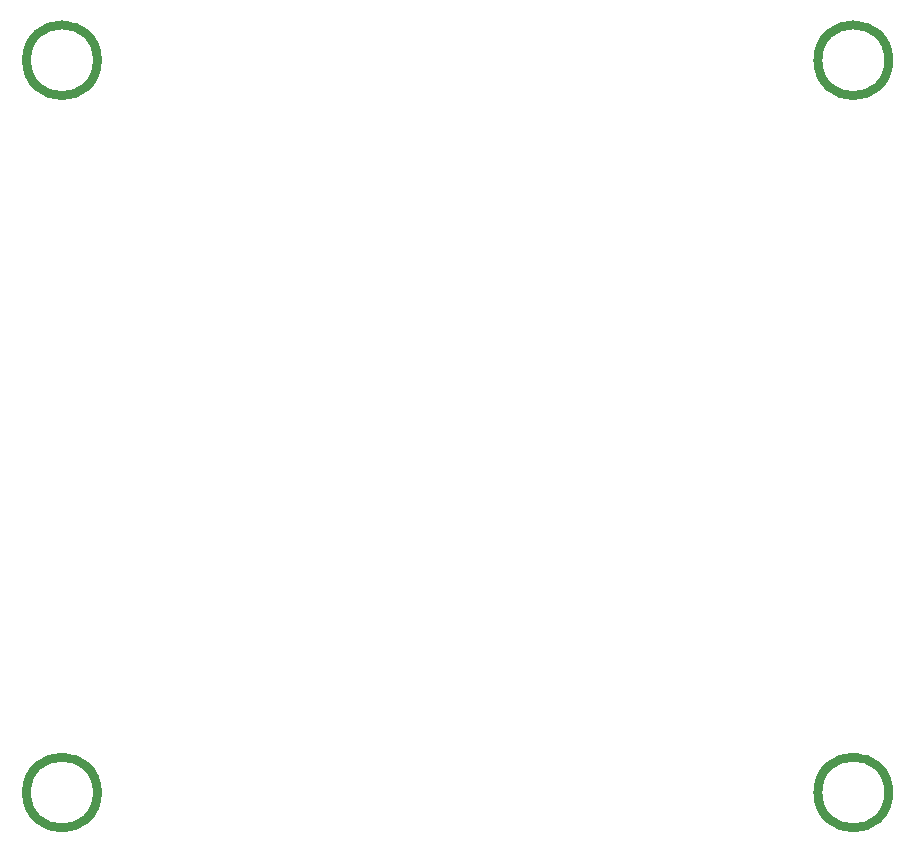
<source format=gko>
G04*
G04 #@! TF.GenerationSoftware,Altium Limited,Altium Designer,24.6.1 (21)*
G04*
G04 Layer_Color=16711935*
%FSLAX44Y44*%
%MOMM*%
G71*
G04*
G04 #@! TF.SameCoordinates,DA47E9CF-6C3E-4516-8E5E-8674E5FB0160*
G04*
G04*
G04 #@! TF.FilePolarity,Positive*
G04*
G01*
G75*
%ADD86C,0.8000*%
D86*
X70000Y660000D02*
G03*
X70000Y660000I-30000J0D01*
G01*
X740000D02*
G03*
X740000Y660000I-30000J0D01*
G01*
Y40000D02*
G03*
X740000Y40000I-30000J0D01*
G01*
X70000D02*
G03*
X70000Y40000I-30000J0D01*
G01*
M02*

</source>
